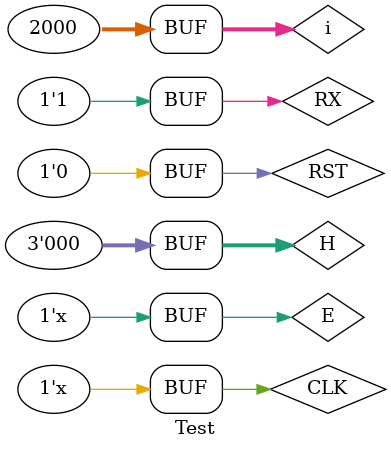
<source format=v>
`timescale 1ns / 1ps


module Test;
	integer i;
	// Inputs
	reg RST;
	reg CLK;
	reg E;
	reg RX;
	reg [2:0] H;

	// Outputs
	wire [1:0] A;
	wire [1:0] B;
	wire [1:0] C;
	wire [7:0] PWM_Val;
	wire TX;

	// Instantiate the Unit Under Test (UUT)
	Motor_Package uut (
		.RST(RST), 
		.CLK(CLK), 
		.E(E), 
		.RX(RX), 
		.H(H), 
		.A(A), 
		.B(B), 
		.C(C), 
		.PWM_Val(PWM_Val), 
		.TX(TX)
	);

	initial begin
		// Initialize Inputs
		RST = 1;
		CLK = 0;
		E = 0;
		RX = 0;
		H = 0;

		// Wait 100 ns for global reset to finish
		#100;
		RST =0;
		for(i=0; i<2000; i=i+1)
			begin
				#4000 RX =0 ;
				#4000 RX =1 ;
				#4000 RX =1 ;
				#4000 RX =1 ;
				#4000 RX =1 ;
				#4000 RX =0 ;
				#4000 RX =0 ;
				#4000 RX =0 ;
				#4000 RX =0 ;
				#4000 RX =1 ;
			end
        
		// Add stimulus here

	end
	
	always begin
		#5CLK =~ CLK;
	end
	
	always begin
		#5859 E =~ E;		
		end
      
endmodule


</source>
